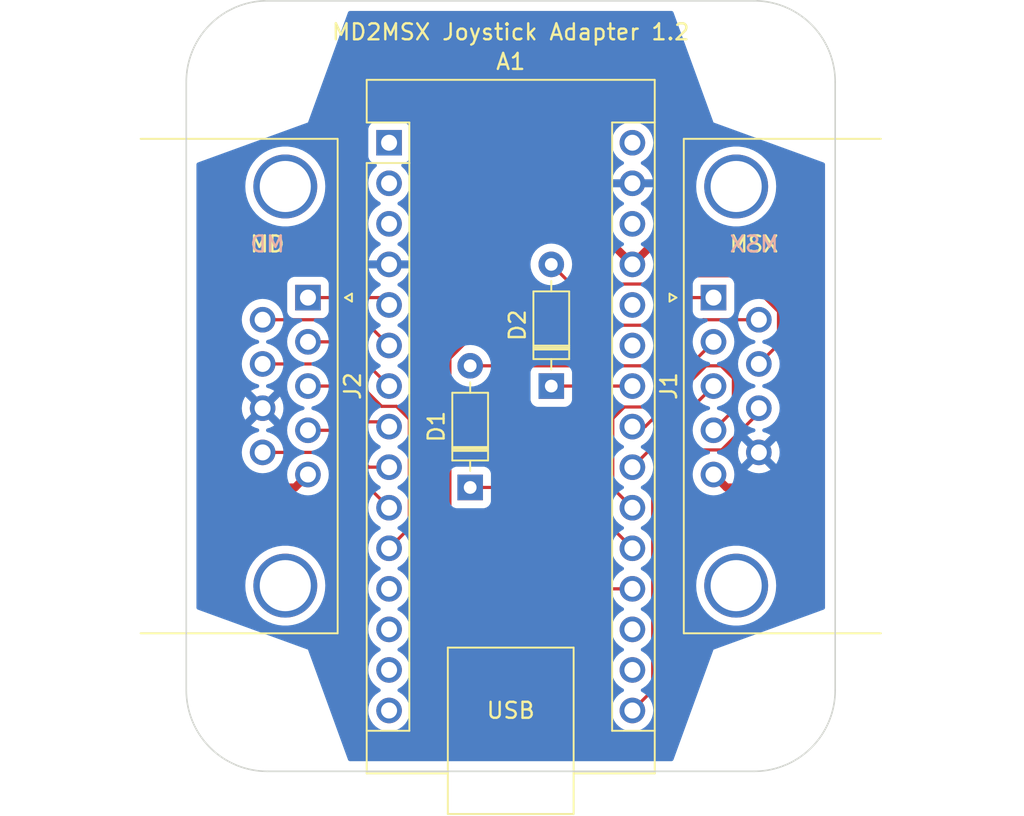
<source format=kicad_pcb>
(kicad_pcb (version 20221018) (generator pcbnew)
  (layers (0 "F.Cu" signal) (31 "B.Cu" signal) (34 "B.Paste" user) (35 "F.Paste" user) (36 "B.SilkS" user "B.Silkscreen") (37 "F.SilkS" user "F.Silkscreen") (38 "B.Mask" user) (39 "F.Mask" user) (44 "Edge.Cuts" user))
  (net 0 "")
  (net 4 "GND")
  (net 5 "Net-(A1-D2)")
  (net 6 "Net-(A1-D3)")
  (net 7 "Net-(A1-D4)")
  (net 8 "Net-(A1-D5)")
  (net 9 "Net-(A1-D6)")
  (net 10 "Net-(A1-D7)")
  (net 11 "Net-(A1-D8)")
  (net 16 "Net-(A1-D13)")
  (net 19 "Net-(A1-A0)")
  (net 20 "Net-(A1-A1)")
  (net 21 "Net-(A1-A2)")
  (net 22 "Net-(A1-A3)")
  (net 23 "Net-(A1-A4)")
  (net 24 "Net-(A1-A5)")
  (net 27 "+5V")
  (net 30 "Net-(D1-A)")
  (net 31 "Net-(D2-A)")
  (footprint "Connector_Dsub:DSUB-9_Male_Horizontal_P2.77x2.84mm_EdgePinOffset7.70mm_Housed_MountingHolesOffset9.12mm" (layer "F.Cu") (at 114.3 70.66 -90)
    (fp_text reference "J2" (at 5.54 -2.8 90) (layer "F.SilkS"))
    (fp_text value "DE9_Plug_MountingHoles")
    (fp_line (start -9.945 -1.86) (end 21.025 -1.86) (stroke (width 0.12)) (layer "F.SilkS"))
    (fp_line (start -9.945 10.48) (end -9.945 -1.86) (stroke (width 0.12)) (layer "F.SilkS"))
    (fp_line (start -0.25 -2.754338) (end 0.25 -2.754338) (stroke (width 0.12)) (layer "F.SilkS"))
    (fp_line (start 0 -2.321325) (end -0.25 -2.754338) (stroke (width 0.12)) (layer "F.SilkS"))
    (fp_line (start 0.25 -2.754338) (end 0 -2.321325) (stroke (width 0.12)) (layer "F.SilkS"))
    (fp_line (start 21.025 -1.86) (end 21.025 10.48) (stroke (width 0.12)) (layer "F.SilkS"))
    (pad "0" thru_hole circle (at -6.96 1.42 270) (size 4 4) (drill 3.2) (layers "*.Cu" "*.Mask"))
    (pad "0" thru_hole circle (at 18.04 1.42 270) (size 4 4) (drill 3.2) (layers "*.Cu" "*.Mask"))
    (pad "1" thru_hole rect (at 0 0 270) (size 1.6 1.6) (drill 1) (layers "*.Cu" "*.Mask") (net 5 "Net-(A1-D2)"))
    (pad "2" thru_hole circle (at 2.77 0 270) (size 1.6 1.6) (drill 1) (layers "*.Cu" "*.Mask") (net 7 "Net-(A1-D4)"))
    (pad "3" thru_hole circle (at 5.54 0 270) (size 1.6 1.6) (drill 1) (layers "*.Cu" "*.Mask") (net 8 "Net-(A1-D5)"))
    (pad "4" thru_hole circle (at 8.31 0 270) (size 1.6 1.6) (drill 1) (layers "*.Cu" "*.Mask") (net 9 "Net-(A1-D6)"))
    (pad "5" thru_hole circle (at 11.08 0 270) (size 1.6 1.6) (drill 1) (layers "*.Cu" "*.Mask") (net 27 "+5V"))
    (pad "6" thru_hole circle (at 1.385 2.84 270) (size 1.6 1.6) (drill 1) (layers "*.Cu" "*.Mask") (net 6 "Net-(A1-D3)"))
    (pad "7" thru_hole circle (at 4.155 2.84 270) (size 1.6 1.6) (drill 1) (layers "*.Cu" "*.Mask") (net 11 "Net-(A1-D8)"))
    (pad "8" thru_hole circle (at 6.925 2.84 270) (size 1.6 1.6) (drill 1) (layers "*.Cu" "*.Mask") (net 4 "GND"))
    (pad "9" thru_hole circle (at 9.695 2.84 270) (size 1.6 1.6) (drill 1) (layers "*.Cu" "*.Mask") (net 10 "Net-(A1-D7)"))
  )
  (footprint "MountingHole:MountingHole_3.2mm_M3" (layer "F.Cu") (at 143.51 55.88)
    (fp_text reference "H2" hide)
    (fp_text value "MountingHole")
    (pad "" np_thru_hole circle (at 0 0) (size 3.2 3.2) (drill 3.2) (layers "*.Cu" "*.Mask"))
  )
  (footprint "Module:Arduino_Nano" (layer "F.Cu") (at 119.38 60.96)
    (fp_text reference "A1" (at 7.62 -5.08) (layer "F.SilkS"))
    (fp_text value "Arduino_Nano_v3.x")
    (fp_text user "USB" (at 7.62 35.56 unlocked) (layer "F.SilkS"))
    (fp_line (start -1.4 -3.94) (end -1.4 -1.27) (stroke (width 0.12)) (layer "F.SilkS"))
    (fp_line (start -1.4 1.27) (end -1.4 39.5) (stroke (width 0.12)) (layer "F.SilkS"))
    (fp_line (start -1.4 39.5) (end 3.68 39.5) (stroke (width 0.12)) (layer "F.SilkS"))
    (fp_line (start 1.27 -1.27) (end -1.4 -1.27) (stroke (width 0.12)) (layer "F.SilkS"))
    (fp_line (start 1.27 1.27) (end -1.4 1.27) (stroke (width 0.12)) (layer "F.SilkS"))
    (fp_line (start 1.27 1.27) (end 1.27 -1.27) (stroke (width 0.12)) (layer "F.SilkS"))
    (fp_line (start 1.27 1.27) (end 1.27 36.83) (stroke (width 0.12)) (layer "F.SilkS"))
    (fp_line (start 1.27 36.83) (end -1.4 36.83) (stroke (width 0.12)) (layer "F.SilkS"))
    (fp_line (start 3.68 31.62) (end 11.56 31.62) (stroke (width 0.12)) (layer "F.SilkS"))
    (fp_line (start 3.68 42.04) (end 3.68 31.62) (stroke (width 0.12)) (layer "F.SilkS"))
    (fp_line (start 11.56 31.62) (end 11.56 42.04) (stroke (width 0.12)) (layer "F.SilkS"))
    (fp_line (start 11.56 42.04) (end 3.68 42.04) (stroke (width 0.12)) (layer "F.SilkS"))
    (fp_line (start 13.97 -1.27) (end 13.97 36.83) (stroke (width 0.12)) (layer "F.SilkS"))
    (fp_line (start 13.97 -1.27) (end 16.64 -1.27) (stroke (width 0.12)) (layer "F.SilkS"))
    (fp_line (start 13.97 36.83) (end 16.64 36.83) (stroke (width 0.12)) (layer "F.SilkS"))
    (fp_line (start 16.64 -3.94) (end -1.4 -3.94) (stroke (width 0.12)) (layer "F.SilkS"))
    (fp_line (start 16.64 39.5) (end 11.56 39.5) (stroke (width 0.12)) (layer "F.SilkS"))
    (fp_line (start 16.64 39.5) (end 16.64 -3.94) (stroke (width 0.12)) (layer "F.SilkS"))
    (pad "1" thru_hole rect (at 0 0) (size 1.6 1.6) (drill 1) (layers "*.Cu" "*.Mask"))
    (pad "2" thru_hole oval (at 0 2.54) (size 1.6 1.6) (drill 1) (layers "*.Cu" "*.Mask"))
    (pad "3" thru_hole oval (at 0 5.08) (size 1.6 1.6) (drill 1) (layers "*.Cu" "*.Mask"))
    (pad "4" thru_hole oval (at 0 7.62) (size 1.6 1.6) (drill 1) (layers "*.Cu" "*.Mask") (net 4 "GND"))
    (pad "5" thru_hole oval (at 0 10.16) (size 1.6 1.6) (drill 1) (layers "*.Cu" "*.Mask") (net 5 "Net-(A1-D2)"))
    (pad "6" thru_hole oval (at 0 12.7) (size 1.6 1.6) (drill 1) (layers "*.Cu" "*.Mask") (net 6 "Net-(A1-D3)"))
    (pad "7" thru_hole oval (at 0 15.24) (size 1.6 1.6) (drill 1) (layers "*.Cu" "*.Mask") (net 7 "Net-(A1-D4)"))
    (pad "8" thru_hole oval (at 0 17.78) (size 1.6 1.6) (drill 1) (layers "*.Cu" "*.Mask") (net 8 "Net-(A1-D5)"))
    (pad "9" thru_hole oval (at 0 20.32) (size 1.6 1.6) (drill 1) (layers "*.Cu" "*.Mask") (net 9 "Net-(A1-D6)"))
    (pad "10" thru_hole oval (at 0 22.86) (size 1.6 1.6) (drill 1) (layers "*.Cu" "*.Mask") (net 10 "Net-(A1-D7)"))
    (pad "11" thru_hole oval (at 0 25.4) (size 1.6 1.6) (drill 1) (layers "*.Cu" "*.Mask") (net 11 "Net-(A1-D8)"))
    (pad "12" thru_hole oval (at 0 27.94) (size 1.6 1.6) (drill 1) (layers "*.Cu" "*.Mask"))
    (pad "13" thru_hole oval (at 0 30.48) (size 1.6 1.6) (drill 1) (layers "*.Cu" "*.Mask"))
    (pad "14" thru_hole oval (at 0 33.02) (size 1.6 1.6) (drill 1) (layers "*.Cu" "*.Mask"))
    (pad "15" thru_hole oval (at 0 35.56) (size 1.6 1.6) (drill 1) (layers "*.Cu" "*.Mask"))
    (pad "16" thru_hole oval (at 15.24 35.56) (size 1.6 1.6) (drill 1) (layers "*.Cu" "*.Mask") (net 16 "Net-(A1-D13)"))
    (pad "17" thru_hole oval (at 15.24 33.02) (size 1.6 1.6) (drill 1) (layers "*.Cu" "*.Mask"))
    (pad "18" thru_hole oval (at 15.24 30.48) (size 1.6 1.6) (drill 1) (layers "*.Cu" "*.Mask"))
    (pad "19" thru_hole oval (at 15.24 27.94) (size 1.6 1.6) (drill 1) (layers "*.Cu" "*.Mask") (net 19 "Net-(A1-A0)"))
    (pad "20" thru_hole oval (at 15.24 25.4) (size 1.6 1.6) (drill 1) (layers "*.Cu" "*.Mask") (net 20 "Net-(A1-A1)"))
    (pad "21" thru_hole oval (at 15.24 22.86) (size 1.6 1.6) (drill 1) (layers "*.Cu" "*.Mask") (net 21 "Net-(A1-A2)"))
    (pad "22" thru_hole oval (at 15.24 20.32) (size 1.6 1.6) (drill 1) (layers "*.Cu" "*.Mask") (net 22 "Net-(A1-A3)"))
    (pad "23" thru_hole oval (at 15.24 17.78) (size 1.6 1.6) (drill 1) (layers "*.Cu" "*.Mask") (net 23 "Net-(A1-A4)"))
    (pad "24" thru_hole oval (at 15.24 15.24) (size 1.6 1.6) (drill 1) (layers "*.Cu" "*.Mask") (net 24 "Net-(A1-A5)"))
    (pad "25" thru_hole oval (at 15.24 12.7) (size 1.6 1.6) (drill 1) (layers "*.Cu" "*.Mask"))
    (pad "26" thru_hole oval (at 15.24 10.16) (size 1.6 1.6) (drill 1) (layers "*.Cu" "*.Mask"))
    (pad "27" thru_hole oval (at 15.24 7.62) (size 1.6 1.6) (drill 1) (layers "*.Cu" "*.Mask") (net 27 "+5V"))
    (pad "28" thru_hole oval (at 15.24 5.08) (size 1.6 1.6) (drill 1) (layers "*.Cu" "*.Mask"))
    (pad "29" thru_hole oval (at 15.24 2.54) (size 1.6 1.6) (drill 1) (layers "*.Cu" "*.Mask") (net 4 "GND"))
    (pad "30" thru_hole oval (at 15.24 0) (size 1.6 1.6) (drill 1) (layers "*.Cu" "*.Mask"))
  )
  (footprint "Diode_THT:D_DO-35_SOD27_P7.62mm_Horizontal" (layer "F.Cu") (at 124.46 82.55 90)
    (fp_text reference "D1" (at 3.81 -2.12 90) (layer "F.SilkS"))
    (fp_text value "BAT85")
    (fp_line (start 1.04 0) (end 1.69 0) (stroke (width 0.12)) (layer "F.SilkS"))
    (fp_line (start 1.69 -1.12) (end 1.69 1.12) (stroke (width 0.12)) (layer "F.SilkS"))
    (fp_line (start 1.69 1.12) (end 5.93 1.12) (stroke (width 0.12)) (layer "F.SilkS"))
    (fp_line (start 2.29 -1.12) (end 2.29 1.12) (stroke (width 0.12)) (layer "F.SilkS"))
    (fp_line (start 2.41 -1.12) (end 2.41 1.12) (stroke (width 0.12)) (layer "F.SilkS"))
    (fp_line (start 2.53 -1.12) (end 2.53 1.12) (stroke (width 0.12)) (layer "F.SilkS"))
    (fp_line (start 5.93 -1.12) (end 1.69 -1.12) (stroke (width 0.12)) (layer "F.SilkS"))
    (fp_line (start 5.93 1.12) (end 5.93 -1.12) (stroke (width 0.12)) (layer "F.SilkS"))
    (fp_line (start 6.58 0) (end 5.93 0) (stroke (width 0.12)) (layer "F.SilkS"))
    (pad "1" thru_hole rect (at 0 0 90) (size 1.6 1.6) (drill 0.8) (layers "*.Cu" "*.Mask") (net 20 "Net-(A1-A1)"))
    (pad "2" thru_hole oval (at 7.62 0 90) (size 1.6 1.6) (drill 0.8) (layers "*.Cu" "*.Mask") (net 30 "Net-(D1-A)"))
  )
  (footprint "MountingHole:MountingHole_3.2mm_M3" (layer "F.Cu") (at 143.51 96.52)
    (fp_text reference "H4" hide)
    (fp_text value "MountingHole")
    (pad "" np_thru_hole circle (at 0 0) (size 3.2 3.2) (drill 3.2) (layers "*.Cu" "*.Mask"))
  )
  (footprint "Connector_Dsub:DSUB-9_Female_Horizontal_P2.77x2.84mm_EdgePinOffset7.70mm_Housed_MountingHolesOffset9.12mm" (layer "F.Cu") (at 139.7 70.66 90)
    (fp_text reference "J1" (at -5.54 -2.8 90) (layer "F.SilkS"))
    (fp_text value "DE9_Receptacle_MountingHoles")
    (fp_line (start -21.025 -1.86) (end 9.945 -1.86) (stroke (width 0.12)) (layer "F.SilkS"))
    (fp_line (start -21.025 10.48) (end -21.025 -1.86) (stroke (width 0.12)) (layer "F.SilkS"))
    (fp_line (start -0.25 -2.754338) (end 0.25 -2.754338) (stroke (width 0.12)) (layer "F.SilkS"))
    (fp_line (start 0 -2.321325) (end -0.25 -2.754338) (stroke (width 0.12)) (layer "F.SilkS"))
    (fp_line (start 0.25 -2.754338) (end 0 -2.321325) (stroke (width 0.12)) (layer "F.SilkS"))
    (fp_line (start 9.945 -1.86) (end 9.945 10.48) (stroke (width 0.12)) (layer "F.SilkS"))
    (pad "0" thru_hole circle (at -18.04 1.42 90) (size 4 4) (drill 3.2) (layers "*.Cu" "*.Mask"))
    (pad "0" thru_hole circle (at 6.96 1.42 90) (size 4 4) (drill 3.2) (layers "*.Cu" "*.Mask"))
    (pad "1" thru_hole rect (at 0 0 90) (size 1.6 1.6) (drill 1) (layers "*.Cu" "*.Mask") (net 19 "Net-(A1-A0)"))
    (pad "2" thru_hole circle (at -2.77 0 90) (size 1.6 1.6) (drill 1) (layers "*.Cu" "*.Mask") (net 21 "Net-(A1-A2)"))
    (pad "3" thru_hole circle (at -5.54 0 90) (size 1.6 1.6) (drill 1) (layers "*.Cu" "*.Mask") (net 22 "Net-(A1-A3)"))
    (pad "4" thru_hole circle (at -8.31 0 90) (size 1.6 1.6) (drill 1) (layers "*.Cu" "*.Mask") (net 23 "Net-(A1-A4)"))
    (pad "5" thru_hole circle (at -11.08 0 90) (size 1.6 1.6) (drill 1) (layers "*.Cu" "*.Mask") (net 27 "+5V"))
    (pad "6" thru_hole circle (at -1.385 2.84 90) (size 1.6 1.6) (drill 1) (layers "*.Cu" "*.Mask") (net 30 "Net-(D1-A)"))
    (pad "7" thru_hole circle (at -4.155 2.84 90) (size 1.6 1.6) (drill 1) (layers "*.Cu" "*.Mask") (net 31 "Net-(D2-A)"))
    (pad "8" thru_hole circle (at -6.925 2.84 90) (size 1.6 1.6) (drill 1) (layers "*.Cu" "*.Mask") (net 16 "Net-(A1-D13)"))
    (pad "9" thru_hole circle (at -9.695 2.84 90) (size 1.6 1.6) (drill 1) (layers "*.Cu" "*.Mask") (net 4 "GND"))
  )
  (footprint "MountingHole:MountingHole_3.2mm_M3" (layer "F.Cu") (at 110.49 55.88)
    (fp_text reference "H1" hide)
    (fp_text value "MountingHole")
    (pad "" np_thru_hole circle (at 0 0) (size 3.2 3.2) (drill 3.2) (layers "*.Cu" "*.Mask"))
  )
  (footprint "MountingHole:MountingHole_3.2mm_M3" (layer "F.Cu") (at 110.49 96.52)
    (fp_text reference "H3" hide)
    (fp_text value "MountingHole")
    (pad "" np_thru_hole circle (at 0 0) (size 3.2 3.2) (drill 3.2) (layers "*.Cu" "*.Mask"))
  )
  (footprint "Diode_THT:D_DO-35_SOD27_P7.62mm_Horizontal" (layer "F.Cu") (at 129.54 76.2 90)
    (fp_text reference "D2" (at 3.81 -2.12 90) (layer "F.SilkS"))
    (fp_text value "BAT85")
    (fp_line (start 1.04 0) (end 1.69 0) (stroke (width 0.12)) (layer "F.SilkS"))
    (fp_line (start 1.69 -1.12) (end 1.69 1.12) (stroke (width 0.12)) (layer "F.SilkS"))
    (fp_line (start 1.69 1.12) (end 5.93 1.12) (stroke (width 0.12)) (layer "F.SilkS"))
    (fp_line (start 2.29 -1.12) (end 2.29 1.12) (stroke (width 0.12)) (layer "F.SilkS"))
    (fp_line (start 2.41 -1.12) (end 2.41 1.12) (stroke (width 0.12)) (layer "F.SilkS"))
    (fp_line (start 2.53 -1.12) (end 2.53 1.12) (stroke (width 0.12)) (layer "F.SilkS"))
    (fp_line (start 5.93 -1.12) (end 1.69 -1.12) (stroke (width 0.12)) (layer "F.SilkS"))
    (fp_line (start 5.93 1.12) (end 5.93 -1.12) (stroke (width 0.12)) (layer "F.SilkS"))
    (fp_line (start 6.58 0) (end 5.93 0) (stroke (width 0.12)) (layer "F.SilkS"))
    (pad "1" thru_hole rect (at 0 0 90) (size 1.6 1.6) (drill 0.8) (layers "*.Cu" "*.Mask") (net 24 "Net-(A1-A5)"))
    (pad "2" thru_hole oval (at 7.62 0 90) (size 1.6 1.6) (drill 0.8) (layers "*.Cu" "*.Mask") (net 31 "Net-(D2-A)"))
  )
  (gr_line (start 142.24 100.33) (end 111.76 100.33) (stroke (width 0.1)) (layer "Edge.Cuts"))
  (gr_line (start 111.76 52.07) (end 142.24 52.07) (stroke (width 0.1)) (layer "Edge.Cuts"))
  (gr_line (start 147.32 57.15) (end 147.32 95.25) (stroke (width 0.1)) (layer "Edge.Cuts"))
  (gr_arc (start 106.68 57.15) (mid 108.167898 53.557898) (end 111.76 52.07) (stroke (width 0.1)) (layer "Edge.Cuts"))
  (gr_line (start 106.68 95.25) (end 106.68 57.15) (stroke (width 0.1)) (layer "Edge.Cuts"))
  (gr_arc (start 142.24 52.07) (mid 145.832102 53.557898) (end 147.32 57.15) (stroke (width 0.1)) (layer "Edge.Cuts"))
  (gr_arc (start 111.76 100.33) (mid 108.167898 98.842102) (end 106.68 95.25) (stroke (width 0.1)) (layer "Edge.Cuts"))
  (gr_arc (start 147.32 95.25) (mid 145.832102 98.842102) (end 142.24 100.33) (stroke (width 0.1)) (layer "Edge.Cuts"))
  (gr_text "MD\n" (at 111.76 67.31) (layer "B.SilkS") (effects (font (size 1 1)) (justify mirror)))
  (gr_text "MSX" (at 142.24 67.31) (layer "B.SilkS") (effects (font (size 1 1)) (justify mirror)))
  (gr_text "MD\n" (at 111.76 67.31) (layer "F.SilkS") (effects (font (size 1 1))))
  (gr_text "MSX" (at 142.24 67.31) (layer "F.SilkS") (effects (font (size 1 1))))
  (gr_text "MD2MSX Joystick Adapter 1.2" (at 127 54.61) (layer "F.SilkS") (effects (font (size 1 1)) (justify bottom)))
  (segment (start 114.3 70.66) (end 118.92 70.66) (width 0.2) (layer "F.Cu") (net 5))
  (segment (start 118.92 70.66) (end 119.38 71.12) (width 0.2) (layer "F.Cu") (net 5))
  (segment (start 117.765 72.045) (end 119.38 73.66) (width 0.2) (layer "F.Cu") (net 6))
  (segment (start 111.46 72.045) (end 117.765 72.045) (width 0.2) (layer "F.Cu") (net 6))
  (segment (start 116.61 73.43) (end 119.38 76.2) (width 0.2) (layer "F.Cu") (net 7))
  (segment (start 114.3 73.43) (end 116.61 73.43) (width 0.2) (layer "F.Cu") (net 7))
  (segment (start 119.08 78.44) (end 119.38 78.74) (width 0.2) (layer "F.Cu") (net 8))
  (segment (start 115.87 76.2) (end 118.11 78.44) (width 0.2) (layer "F.Cu") (net 8))
  (segment (start 118.11 78.44) (end 119.08 78.44) (width 0.2) (layer "F.Cu") (net 8))
  (segment (start 114.3 76.2) (end 115.87 76.2) (width 0.2) (layer "F.Cu") (net 8))
  (segment (start 118.11 81.28) (end 119.38 81.28) (width 0.2) (layer "F.Cu") (net 9))
  (segment (start 115.8 78.97) (end 118.11 81.28) (width 0.2) (layer "F.Cu") (net 9))
  (segment (start 114.3 78.97) (end 115.8 78.97) (width 0.2) (layer "F.Cu") (net 9))
  (segment (start 111.46 80.355) (end 115.915 80.355) (width 0.2) (layer "F.Cu") (net 10))
  (segment (start 115.915 80.355) (end 119.38 83.82) (width 0.2) (layer "F.Cu") (net 10))
  (segment (start 120.65 85.09) (end 119.38 86.36) (width 0.2) (layer "F.Cu") (net 11))
  (segment (start 116.255517 74.815) (end 118.910517 77.47) (width 0.2) (layer "F.Cu") (net 11))
  (segment (start 119.849483 77.47) (end 120.65 78.270517) (width 0.2) (layer "F.Cu") (net 11))
  (segment (start 111.46 74.815) (end 116.255517 74.815) (width 0.2) (layer "F.Cu") (net 11))
  (segment (start 118.910517 77.47) (end 119.849483 77.47) (width 0.2) (layer "F.Cu") (net 11))
  (segment (start 120.65 78.270517) (end 120.65 85.09) (width 0.2) (layer "F.Cu") (net 11))
  (segment (start 142.54 77.869483) (end 140.209483 80.2) (width 0.2) (layer "F.Cu") (net 16))
  (segment (start 135.89 82.55) (end 135.89 95.25) (width 0.2) (layer "F.Cu") (net 16))
  (segment (start 142.54 77.585) (end 142.54 77.869483) (width 0.2) (layer "F.Cu") (net 16))
  (segment (start 140.209483 80.2) (end 138.24 80.2) (width 0.2) (layer "F.Cu") (net 16))
  (segment (start 138.24 80.2) (end 135.89 82.55) (width 0.2) (layer "F.Cu") (net 16))
  (segment (start 135.89 95.25) (end 134.62 96.52) (width 0.2) (layer "F.Cu") (net 16))
  (segment (start 123.19 83.82) (end 128.27 88.9) (width 0.2) (layer "F.Cu") (net 19))
  (segment (start 135.89 72.39) (end 125.260517 72.39) (width 0.2) (layer "F.Cu") (net 19))
  (segment (start 128.27 88.9) (end 134.62 88.9) (width 0.2) (layer "F.Cu") (net 19))
  (segment (start 139.7 70.66) (end 137.62 70.66) (width 0.2) (layer "F.Cu") (net 19))
  (segment (start 125.260517 72.39) (end 123.19 74.460517) (width 0.2) (layer "F.Cu") (net 19))
  (segment (start 123.19 74.460517) (end 123.19 83.82) (width 0.2) (layer "F.Cu") (net 19))
  (segment (start 137.62 70.66) (end 135.89 72.39) (width 0.2) (layer "F.Cu") (net 19))
  (segment (start 124.46 82.55) (end 130.81 82.55) (width 0.2) (layer "F.Cu") (net 20))
  (segment (start 130.81 82.55) (end 134.62 86.36) (width 0.2) (layer "F.Cu") (net 20))
  (segment (start 133.39 82.59) (end 133.39 78.230517) (width 0.2) (layer "F.Cu") (net 21))
  (segment (start 133.39 78.230517) (end 134.110517 77.51) (width 0.2) (layer "F.Cu") (net 21))
  (segment (start 134.62 83.82) (end 133.39 82.59) (width 0.2) (layer "F.Cu") (net 21))
  (segment (start 134.110517 77.51) (end 135.62 77.51) (width 0.2) (layer "F.Cu") (net 21))
  (segment (start 135.62 77.51) (end 139.7 73.43) (width 0.2) (layer "F.Cu") (net 21))
  (segment (start 134.62 81.28) (end 139.7 76.2) (width 0.2) (layer "F.Cu") (net 22))
  (segment (start 134.62 78.74) (end 135.420517 78.74) (width 0.2) (layer "F.Cu") (net 23))
  (segment (start 140.944974 77.725026) (end 139.7 78.97) (width 0.2) (layer "F.Cu") (net 23))
  (segment (start 140.169483 74.93) (end 140.944974 75.705491) (width 0.2) (layer "F.Cu") (net 23))
  (segment (start 140.944974 75.705491) (end 140.944974 77.725026) (width 0.2) (layer "F.Cu") (net 23))
  (segment (start 135.420517 78.74) (end 139.230517 74.93) (width 0.2) (layer "F.Cu") (net 23))
  (segment (start 139.47 78.74) (end 139.7 78.97) (width 0.2) (layer "F.Cu") (net 23))
  (segment (start 139.230517 74.93) (end 140.169483 74.93) (width 0.2) (layer "F.Cu") (net 23))
  (segment (start 129.54 76.2) (end 134.62 76.2) (width 0.2) (layer "F.Cu") (net 24))
  (segment (start 143.51 82.55) (end 140.51 82.55) (width 0.5) (layer "F.Cu") (net 27))
  (segment (start 124.46 58.42) (end 134.62 68.58) (width 0.5) (layer "F.Cu") (net 27))
  (segment (start 114.3 67.31) (end 116.84 64.77) (width 0.5) (layer "F.Cu") (net 27))
  (segment (start 116.84 64.77) (end 116.84 59.69) (width 0.5) (layer "F.Cu") (net 27))
  (segment (start 118.11 58.42) (end 124.46 58.42) (width 0.5) (layer "F.Cu") (net 27))
  (segment (start 142.24 67.31) (end 144.78 69.85) (width 0.5) (layer "F.Cu") (net 27))
  (segment (start 110.49 82.55) (end 109.22 81.28) (width 0.5) (layer "F.Cu") (net 27))
  (segment (start 111.76 67.31) (end 114.3 67.31) (width 0.5) (layer "F.Cu") (net 27))
  (segment (start 109.22 81.28) (end 109.22 69.85) (width 0.5) (layer "F.Cu") (net 27))
  (segment (start 135.89 67.31) (end 142.24 67.31) (width 0.5) (layer "F.Cu") (net 27))
  (segment (start 114.3 81.74) (end 113.49 82.55) (width 0.5) (layer "F.Cu") (net 27))
  (segment (start 144.78 81.28) (end 143.51 82.55) (width 0.5) (layer "F.Cu") (net 27))
  (segment (start 140.51 82.55) (end 139.7 81.74) (width 0.5) (layer "F.Cu") (net 27))
  (segment (start 109.22 69.85) (end 111.76 67.31) (width 0.5) (layer "F.Cu") (net 27))
  (segment (start 134.62 68.58) (end 135.89 67.31) (width 0.5) (layer "F.Cu") (net 27))
  (segment (start 144.78 69.85) (end 144.78 81.28) (width 0.5) (layer "F.Cu") (net 27))
  (segment (start 113.49 82.55) (end 110.49 82.55) (width 0.5) (layer "F.Cu") (net 27))
  (segment (start 116.84 59.69) (end 118.11 58.42) (width 0.5) (layer "F.Cu") (net 27))
  (segment (start 139.064534 72.045) (end 136.179534 74.93) (width 0.2) (layer "F.Cu") (net 30))
  (segment (start 142.54 72.045) (end 139.064534 72.045) (width 0.2) (layer "F.Cu") (net 30))
  (segment (start 136.179534 74.93) (end 124.46 74.93) (width 0.2) (layer "F.Cu") (net 30))
  (segment (start 130.77 69.81) (end 135.89 69.81) (width 0.2) (layer "F.Cu") (net 31))
  (segment (start 141.527242 69.292758) (end 143.77 71.535517) (width 0.2) (layer "F.Cu") (net 31))
  (segment (start 143.77 71.535517) (end 143.77 73.585) (width 0.2) (layer "F.Cu") (net 31))
  (segment (start 143.77 73.585) (end 142.54 74.815) (width 0.2) (layer "F.Cu") (net 31))
  (segment (start 135.89 69.81) (end 136.407242 69.292758) (width 0.2) (layer "F.Cu") (net 31))
  (segment (start 129.54 68.58) (end 130.77 69.81) (width 0.2) (layer "F.Cu") (net 31))
  (segment (start 136.407242 69.292758) (end 141.527242 69.292758) (width 0.2) (layer "F.Cu") (net 31))
  (zone (net 4) (net_name "GND") (layer "B.Cu") (connect_pads (clearance 0.5)) (min_thickness 0.25) (fill yes (thermal_gap 0.5) (thermal_bridge_width 0.5))
    (polygon (pts (xy 116.84 52.705) (xy 137.16 52.705) (xy 139.7 59.69) (xy 146.685 62.23) (xy 146.685 90.17) (xy 139.7 92.71) (xy 137.16 99.695) (xy 116.84 99.695) (xy 114.3 92.71) (xy 107.315 90.17) (xy 107.315 62.23) (xy 114.3 59.69)))
  )
)
</source>
